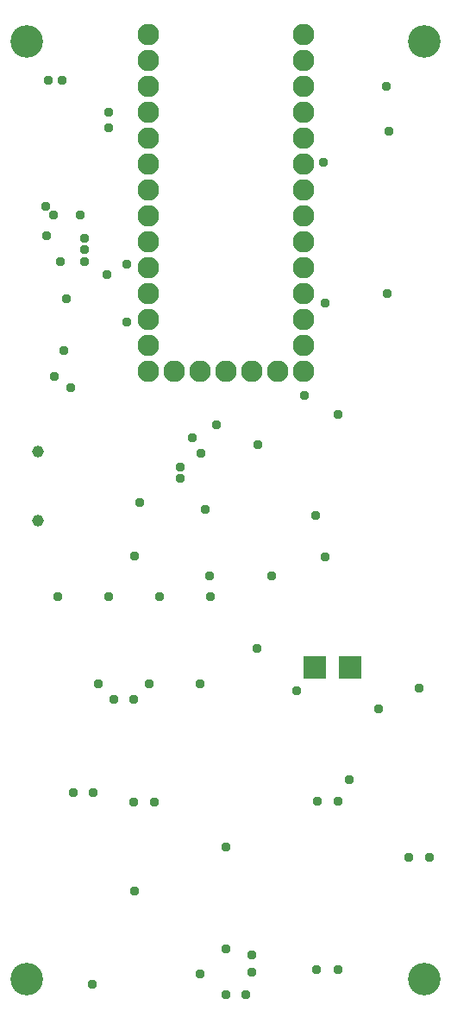
<source format=gbr>
G04 EAGLE Gerber RS-274X export*
G75*
%MOMM*%
%FSLAX34Y34*%
%LPD*%
%INSoldermask Bottom*%
%IPPOS*%
%AMOC8*
5,1,8,0,0,1.08239X$1,22.5*%
G01*
%ADD10C,3.203200*%
%ADD11C,1.153200*%
%ADD12C,2.108200*%
%ADD13R,2.203200X2.203200*%
%ADD14C,0.959600*%


D10*
X30000Y950000D03*
X420000Y950000D03*
X420000Y30000D03*
X30000Y30000D03*
D11*
X40900Y547500D03*
X40900Y479500D03*
D12*
X148800Y956200D03*
X148800Y930800D03*
X148800Y880000D03*
X148800Y905400D03*
X148800Y854600D03*
X148800Y829200D03*
X148800Y778400D03*
X148800Y803800D03*
X148800Y753000D03*
X148800Y727600D03*
X148800Y676800D03*
X148800Y702200D03*
X148800Y626000D03*
X148800Y651400D03*
X301200Y956200D03*
X301200Y930800D03*
X301200Y880000D03*
X301200Y905400D03*
X301200Y854600D03*
X301200Y829200D03*
X301200Y778400D03*
X301200Y803800D03*
X301200Y753000D03*
X301200Y727600D03*
X301200Y676800D03*
X301200Y702200D03*
X301200Y626000D03*
X301200Y651400D03*
X174200Y626000D03*
X199600Y626000D03*
X225000Y626000D03*
X250400Y626000D03*
X275800Y626000D03*
D13*
X312500Y336000D03*
X347500Y336000D03*
D14*
X51000Y912000D03*
X62678Y734000D03*
X56000Y780000D03*
X86000Y757000D03*
X385100Y862100D03*
X256000Y354600D03*
X93800Y25000D03*
X225000Y15000D03*
X245000Y15000D03*
X225000Y60000D03*
X199600Y35000D03*
X313600Y485100D03*
X335600Y584100D03*
X383900Y702200D03*
X68900Y697500D03*
X65700Y646800D03*
X302200Y602700D03*
X205200Y490600D03*
X270200Y425900D03*
X415100Y315300D03*
X64000Y912000D03*
X110000Y865000D03*
X82000Y780000D03*
X49000Y759000D03*
X180000Y521000D03*
X321000Y831000D03*
X323000Y693000D03*
X209000Y426000D03*
X295000Y313000D03*
X86000Y746000D03*
X48000Y788000D03*
X108000Y721000D03*
X180000Y532000D03*
X257000Y554472D03*
X201000Y545916D03*
X57000Y621000D03*
X314300Y40000D03*
X251000Y37400D03*
X95000Y213000D03*
X346000Y226000D03*
X73000Y610000D03*
X335200Y40000D03*
X251000Y53800D03*
X216000Y574000D03*
X192000Y561000D03*
X128000Y675000D03*
X128000Y731000D03*
X86000Y734000D03*
X110000Y880000D03*
X383000Y906000D03*
X60000Y405000D03*
X160000Y405000D03*
X150000Y320000D03*
X405000Y150000D03*
X110000Y405000D03*
X75000Y213000D03*
X100000Y320000D03*
X210000Y405000D03*
X200000Y320000D03*
X425000Y150000D03*
X135100Y116400D03*
X135000Y204000D03*
X155000Y204000D03*
X115000Y305000D03*
X135000Y305000D03*
X315000Y205000D03*
X335000Y205000D03*
X140300Y498000D03*
X323000Y444000D03*
X375000Y295000D03*
X135600Y445100D03*
X225000Y160000D03*
M02*

</source>
